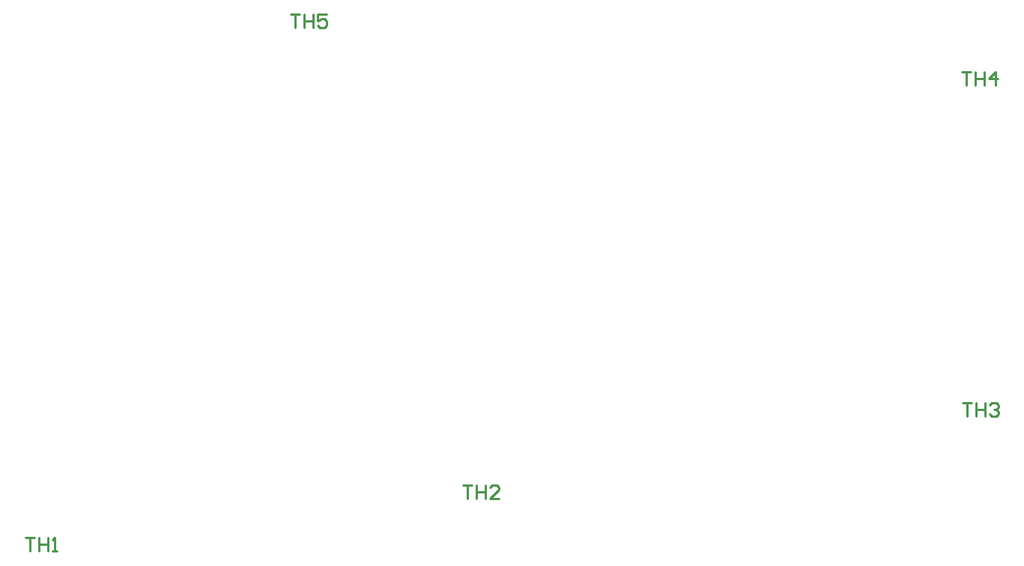
<source format=gm1>
G04*
G04 #@! TF.GenerationSoftware,Altium Limited,Altium Designer,21.0.8 (223)*
G04*
G04 Layer_Color=16711935*
%FSLAX25Y25*%
%MOIN*%
G70*
G04*
G04 #@! TF.SameCoordinates,7F146CA2-BD1E-4154-B01E-7C30744E6B43*
G04*
G04*
G04 #@! TF.FilePolarity,Positive*
G04*
G01*
G75*
%ADD12C,0.01000*%
D12*
X228503Y407499D02*
X232501D01*
X230502D01*
Y401501D01*
X234501Y407499D02*
Y401501D01*
Y404500D01*
X238499D01*
Y407499D01*
Y401501D01*
X244497Y407499D02*
X240499D01*
Y404500D01*
X242498Y405500D01*
X243498D01*
X244497Y404500D01*
Y402501D01*
X243498Y401501D01*
X241498D01*
X240499Y402501D01*
X527003Y381999D02*
X531001D01*
X529002D01*
Y376001D01*
X533001Y381999D02*
Y376001D01*
Y379000D01*
X536999D01*
Y381999D01*
Y376001D01*
X541998D02*
Y381999D01*
X538999Y379000D01*
X542997D01*
X527503Y234499D02*
X531501D01*
X529502D01*
Y228501D01*
X533501Y234499D02*
Y228501D01*
Y231500D01*
X537499D01*
Y234499D01*
Y228501D01*
X539499Y233499D02*
X540498Y234499D01*
X542498D01*
X543497Y233499D01*
Y232500D01*
X542498Y231500D01*
X541498D01*
X542498D01*
X543497Y230500D01*
Y229501D01*
X542498Y228501D01*
X540498D01*
X539499Y229501D01*
X305003Y197999D02*
X309001D01*
X307002D01*
Y192001D01*
X311001Y197999D02*
Y192001D01*
Y195000D01*
X314999D01*
Y197999D01*
Y192001D01*
X320997D02*
X316999D01*
X320997Y196000D01*
Y196999D01*
X319998Y197999D01*
X317998D01*
X316999Y196999D01*
X110502Y174499D02*
X114501D01*
X112502D01*
Y168501D01*
X116500Y174499D02*
Y168501D01*
Y171500D01*
X120499D01*
Y174499D01*
Y168501D01*
X122498D02*
X124498D01*
X123498D01*
Y174499D01*
X122498Y173499D01*
M02*

</source>
